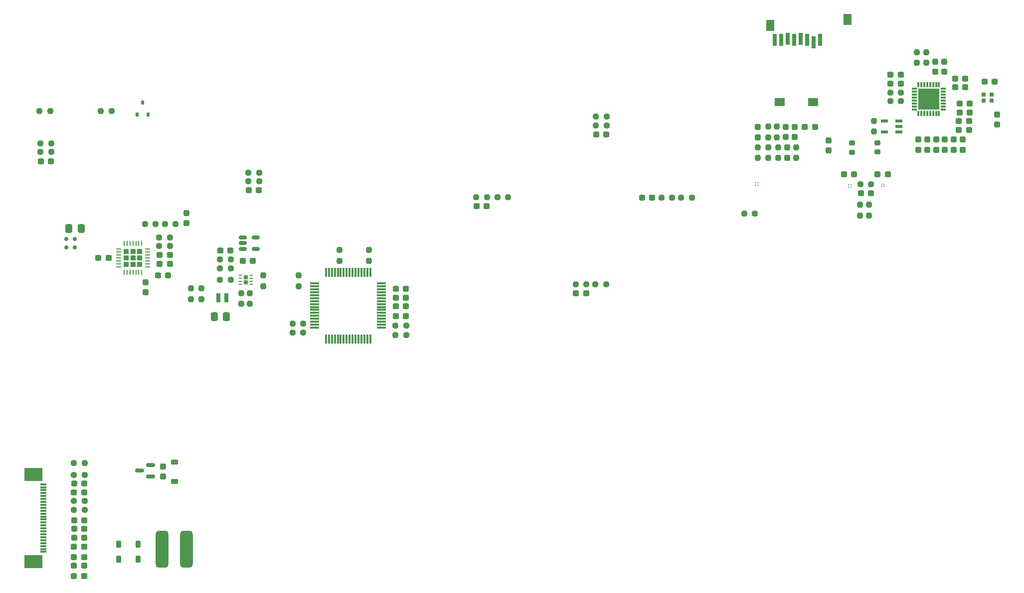
<source format=gbr>
%TF.GenerationSoftware,KiCad,Pcbnew,8.0.2*%
%TF.CreationDate,2025-01-20T18:22:29-05:00*%
%TF.ProjectId,Ecardz-Controller,45636172-647a-42d4-936f-6e74726f6c6c,rev?*%
%TF.SameCoordinates,Original*%
%TF.FileFunction,Paste,Bot*%
%TF.FilePolarity,Positive*%
%FSLAX46Y46*%
G04 Gerber Fmt 4.6, Leading zero omitted, Abs format (unit mm)*
G04 Created by KiCad (PCBNEW 8.0.2) date 2025-01-20 18:22:29*
%MOMM*%
%LPD*%
G01*
G04 APERTURE LIST*
G04 Aperture macros list*
%AMRoundRect*
0 Rectangle with rounded corners*
0 $1 Rounding radius*
0 $2 $3 $4 $5 $6 $7 $8 $9 X,Y pos of 4 corners*
0 Add a 4 corners polygon primitive as box body*
4,1,4,$2,$3,$4,$5,$6,$7,$8,$9,$2,$3,0*
0 Add four circle primitives for the rounded corners*
1,1,$1+$1,$2,$3*
1,1,$1+$1,$4,$5*
1,1,$1+$1,$6,$7*
1,1,$1+$1,$8,$9*
0 Add four rect primitives between the rounded corners*
20,1,$1+$1,$2,$3,$4,$5,0*
20,1,$1+$1,$4,$5,$6,$7,0*
20,1,$1+$1,$6,$7,$8,$9,0*
20,1,$1+$1,$8,$9,$2,$3,0*%
G04 Aperture macros list end*
%ADD10RoundRect,0.237500X-0.300000X-0.237500X0.300000X-0.237500X0.300000X0.237500X-0.300000X0.237500X0*%
%ADD11RoundRect,0.150000X-0.150000X-0.200000X0.150000X-0.200000X0.150000X0.200000X-0.150000X0.200000X0*%
%ADD12R,0.750000X0.650000*%
%ADD13RoundRect,0.062500X0.187500X0.062500X-0.187500X0.062500X-0.187500X-0.062500X0.187500X-0.062500X0*%
%ADD14RoundRect,0.237500X0.300000X0.237500X-0.300000X0.237500X-0.300000X-0.237500X0.300000X-0.237500X0*%
%ADD15RoundRect,0.237500X-0.237500X0.250000X-0.237500X-0.250000X0.237500X-0.250000X0.237500X0.250000X0*%
%ADD16RoundRect,0.237500X-0.250000X-0.237500X0.250000X-0.237500X0.250000X0.237500X-0.250000X0.237500X0*%
%ADD17RoundRect,0.237500X0.250000X0.237500X-0.250000X0.237500X-0.250000X-0.237500X0.250000X-0.237500X0*%
%ADD18RoundRect,0.237500X0.237500X-0.300000X0.237500X0.300000X-0.237500X0.300000X-0.237500X-0.300000X0*%
%ADD19R,0.600000X0.700000*%
%ADD20R,0.850000X0.300000*%
%ADD21R,0.300000X0.850000*%
%ADD22R,3.600000X3.600000*%
%ADD23R,0.650000X1.600000*%
%ADD24RoundRect,0.537500X-0.537500X-2.612500X0.537500X-2.612500X0.537500X2.612500X-0.537500X2.612500X0*%
%ADD25R,0.750000X0.700000*%
%ADD26RoundRect,0.237500X0.237500X-0.250000X0.237500X0.250000X-0.237500X0.250000X-0.237500X-0.250000X0*%
%ADD27RoundRect,0.225000X0.225000X0.225000X-0.225000X0.225000X-0.225000X-0.225000X0.225000X-0.225000X0*%
%ADD28RoundRect,0.062500X0.337500X0.062500X-0.337500X0.062500X-0.337500X-0.062500X0.337500X-0.062500X0*%
%ADD29RoundRect,0.062500X0.062500X0.337500X-0.062500X0.337500X-0.062500X-0.337500X0.062500X-0.337500X0*%
%ADD30RoundRect,0.237500X-0.237500X0.300000X-0.237500X-0.300000X0.237500X-0.300000X0.237500X0.300000X0*%
%ADD31RoundRect,0.075000X0.700000X0.075000X-0.700000X0.075000X-0.700000X-0.075000X0.700000X-0.075000X0*%
%ADD32RoundRect,0.075000X0.075000X0.700000X-0.075000X0.700000X-0.075000X-0.700000X0.075000X-0.700000X0*%
%ADD33RoundRect,0.218750X-0.256250X0.218750X-0.256250X-0.218750X0.256250X-0.218750X0.256250X0.218750X0*%
%ADD34RoundRect,0.225000X-0.225000X-0.375000X0.225000X-0.375000X0.225000X0.375000X-0.225000X0.375000X0*%
%ADD35RoundRect,0.250000X-0.337500X-0.475000X0.337500X-0.475000X0.337500X0.475000X-0.337500X0.475000X0*%
%ADD36R,0.200000X0.200000*%
%ADD37R,1.800000X1.400000*%
%ADD38R,1.400000X1.900000*%
%ADD39R,0.800000X2.000000*%
%ADD40RoundRect,0.150000X-0.512500X-0.150000X0.512500X-0.150000X0.512500X0.150000X-0.512500X0.150000X0*%
%ADD41R,1.100000X0.300000*%
%ADD42R,3.100000X2.300000*%
%ADD43RoundRect,0.250000X0.337500X0.475000X-0.337500X0.475000X-0.337500X-0.475000X0.337500X-0.475000X0*%
%ADD44RoundRect,0.150000X0.587500X0.150000X-0.587500X0.150000X-0.587500X-0.150000X0.587500X-0.150000X0*%
%ADD45RoundRect,0.225000X0.375000X-0.225000X0.375000X0.225000X-0.375000X0.225000X-0.375000X-0.225000X0*%
%ADD46RoundRect,0.225000X0.225000X0.375000X-0.225000X0.375000X-0.225000X-0.375000X0.225000X-0.375000X0*%
%ADD47R,1.200000X0.600000*%
G04 APERTURE END LIST*
D10*
%TO.C,C53*%
X207525000Y-125000000D03*
X209250000Y-125000000D03*
%TD*%
D11*
%TO.C,D12*%
X74000000Y-132750000D03*
X72600000Y-132750000D03*
%TD*%
D10*
%TO.C,C38*%
X88137500Y-139000000D03*
X89862500Y-139000000D03*
%TD*%
D12*
%TO.C,U2*%
X103050000Y-140150000D03*
X103050000Y-139350000D03*
D13*
X104000000Y-139000000D03*
X104000000Y-139500000D03*
X104000000Y-140000000D03*
X104000000Y-140500000D03*
X102100000Y-140500000D03*
X102100000Y-140000000D03*
X102100000Y-139500000D03*
X102100000Y-139000000D03*
%TD*%
D14*
%TO.C,C56*%
X164300000Y-115000000D03*
X162575000Y-115000000D03*
%TD*%
D15*
%TO.C,R35*%
X93750000Y-141175000D03*
X93750000Y-143000000D03*
%TD*%
D16*
%TO.C,R28*%
X73850000Y-170850902D03*
X75675000Y-170850902D03*
%TD*%
D10*
%TO.C,C22*%
X128537500Y-144250000D03*
X130262500Y-144250000D03*
%TD*%
D17*
%TO.C,R51*%
X105325000Y-123000000D03*
X103500000Y-123000000D03*
%TD*%
D18*
%TO.C,C12*%
X220275000Y-117612500D03*
X220275000Y-115887500D03*
%TD*%
D19*
%TO.C,Q2*%
X86450000Y-111600000D03*
X84550000Y-111600000D03*
X85500000Y-109600000D03*
%TD*%
D16*
%TO.C,R55*%
X173635999Y-125746053D03*
X175460999Y-125746053D03*
%TD*%
D15*
%TO.C,R2*%
X209700000Y-112687500D03*
X209700000Y-114512500D03*
%TD*%
D16*
%TO.C,R25*%
X162425000Y-140500000D03*
X164250000Y-140500000D03*
%TD*%
D20*
%TO.C,IC1*%
X221475000Y-107250000D03*
X221475000Y-107750000D03*
X221475000Y-108250000D03*
X221475000Y-108750000D03*
X221475000Y-109250000D03*
X221475000Y-109750000D03*
X221475000Y-110250000D03*
X221475000Y-110750000D03*
D21*
X220775000Y-111450000D03*
X220275000Y-111450000D03*
X219775000Y-111450000D03*
X219275000Y-111450000D03*
X218775000Y-111450000D03*
X218275000Y-111450000D03*
X217775000Y-111450000D03*
X217275000Y-111450000D03*
D20*
X216575000Y-110750000D03*
X216575000Y-110250000D03*
X216575000Y-109750000D03*
X216575000Y-109250000D03*
X216575000Y-108750000D03*
X216575000Y-108250000D03*
X216575000Y-107750000D03*
X216575000Y-107250000D03*
D21*
X217275000Y-106550000D03*
X217775000Y-106550000D03*
X218275000Y-106550000D03*
X218775000Y-106550000D03*
X219275000Y-106550000D03*
X219775000Y-106550000D03*
X220275000Y-106550000D03*
X220775000Y-106550000D03*
D22*
X219025000Y-109000000D03*
%TD*%
D18*
%TO.C,C4*%
X230650000Y-113350000D03*
X230650000Y-111625000D03*
%TD*%
D10*
%TO.C,C27*%
X73850000Y-175850902D03*
X75575000Y-175850902D03*
%TD*%
D15*
%TO.C,R44*%
X191750000Y-117175000D03*
X191750000Y-119000000D03*
%TD*%
D16*
%TO.C,R27*%
X73850000Y-172900000D03*
X75675000Y-172900000D03*
%TD*%
D23*
%TO.C,L2*%
X98400000Y-142750000D03*
X99750000Y-142750000D03*
%TD*%
D24*
%TO.C,L1*%
X88825000Y-185500000D03*
X92975000Y-185500000D03*
%TD*%
D25*
%TO.C,Y1*%
X228350000Y-108250000D03*
X229700000Y-108250000D03*
X229700000Y-109250000D03*
X228350000Y-109250000D03*
%TD*%
D26*
%TO.C,R47*%
X191750000Y-115500000D03*
X191750000Y-113675000D03*
%TD*%
D16*
%TO.C,R26*%
X68175000Y-116500000D03*
X70000000Y-116500000D03*
%TD*%
D14*
%TO.C,C35*%
X100425000Y-134750000D03*
X98700000Y-134750000D03*
%TD*%
D27*
%TO.C,U4*%
X85000000Y-137120000D03*
X85000000Y-136000000D03*
X85000000Y-134880000D03*
X83880000Y-137120000D03*
X83880000Y-136000000D03*
X83880000Y-134880000D03*
X82760000Y-137120000D03*
X82760000Y-136000000D03*
X82760000Y-134880000D03*
D28*
X86330000Y-134500000D03*
X86330000Y-135000000D03*
X86330000Y-135500000D03*
X86330000Y-136000000D03*
X86330000Y-136500000D03*
X86330000Y-137000000D03*
X86330000Y-137500000D03*
D29*
X85380000Y-138450000D03*
X84880000Y-138450000D03*
X84380000Y-138450000D03*
X83880000Y-138450000D03*
X83380000Y-138450000D03*
X82880000Y-138450000D03*
X82380000Y-138450000D03*
D28*
X81430000Y-137500000D03*
X81430000Y-137000000D03*
X81430000Y-136500000D03*
X81430000Y-136000000D03*
X81430000Y-135500000D03*
X81430000Y-135000000D03*
X81430000Y-134500000D03*
D29*
X82380000Y-133550000D03*
X82880000Y-133550000D03*
X83380000Y-133550000D03*
X83880000Y-133550000D03*
X84380000Y-133550000D03*
X84880000Y-133550000D03*
X85380000Y-133550000D03*
%TD*%
D14*
%TO.C,C1*%
X230250000Y-106000000D03*
X228525000Y-106000000D03*
%TD*%
D10*
%TO.C,C48*%
X204637500Y-121800000D03*
X206362500Y-121800000D03*
%TD*%
D18*
%TO.C,C46*%
X202000000Y-117725000D03*
X202000000Y-116000000D03*
%TD*%
D16*
%TO.C,R46*%
X207425000Y-123500000D03*
X209250000Y-123500000D03*
%TD*%
D17*
%TO.C,R30*%
X75675000Y-177350902D03*
X73850000Y-177350902D03*
%TD*%
D15*
%TO.C,R42*%
X196500000Y-117175000D03*
X196500000Y-119000000D03*
%TD*%
D26*
%TO.C,R36*%
X95500000Y-143000000D03*
X95500000Y-141175000D03*
%TD*%
D18*
%TO.C,C15*%
X218795000Y-117612500D03*
X218795000Y-115887500D03*
%TD*%
D15*
%TO.C,R4*%
X218650000Y-101020000D03*
X218650000Y-102845000D03*
%TD*%
D10*
%TO.C,C47*%
X210337500Y-121800000D03*
X212062500Y-121800000D03*
%TD*%
D17*
%TO.C,R21*%
X87750000Y-130250000D03*
X85925000Y-130250000D03*
%TD*%
%TO.C,R57*%
X70012500Y-118000000D03*
X68187500Y-118000000D03*
%TD*%
D16*
%TO.C,R34*%
X98675000Y-139750000D03*
X100500000Y-139750000D03*
%TD*%
D15*
%TO.C,R33*%
X103750000Y-142000000D03*
X103750000Y-143825000D03*
%TD*%
D17*
%TO.C,R5*%
X214325000Y-107864855D03*
X212500000Y-107864855D03*
%TD*%
D15*
%TO.C,R59*%
X119000000Y-134687500D03*
X119000000Y-136512500D03*
%TD*%
D16*
%TO.C,R39*%
X88337500Y-134000000D03*
X90162500Y-134000000D03*
%TD*%
D17*
%TO.C,R52*%
X91136949Y-130245483D03*
X89311949Y-130245483D03*
%TD*%
D14*
%TO.C,C54*%
X105262500Y-124500000D03*
X103537500Y-124500000D03*
%TD*%
D30*
%TO.C,C45*%
X195006391Y-117223018D03*
X195006391Y-118948018D03*
%TD*%
D26*
%TO.C,R3*%
X217025000Y-102825000D03*
X217025000Y-101000000D03*
%TD*%
D10*
%TO.C,C31*%
X73875000Y-186860902D03*
X75600000Y-186860902D03*
%TD*%
D14*
%TO.C,C14*%
X225887500Y-112750000D03*
X224162500Y-112750000D03*
%TD*%
%TO.C,C3*%
X225250000Y-107000000D03*
X223525000Y-107000000D03*
%TD*%
D31*
%TO.C,U1*%
X126100000Y-140350000D03*
X126100000Y-140850000D03*
X126100000Y-141350000D03*
X126100000Y-141850000D03*
X126100000Y-142350000D03*
X126100000Y-142850000D03*
X126100000Y-143350000D03*
X126100000Y-143850000D03*
X126100000Y-144350000D03*
X126100000Y-144850000D03*
X126100000Y-145350000D03*
X126100000Y-145850000D03*
X126100000Y-146350000D03*
X126100000Y-146850000D03*
X126100000Y-147350000D03*
X126100000Y-147850000D03*
D32*
X124175000Y-149775000D03*
X123675000Y-149775000D03*
X123175000Y-149775000D03*
X122675000Y-149775000D03*
X122175000Y-149775000D03*
X121675000Y-149775000D03*
X121175000Y-149775000D03*
X120675000Y-149775000D03*
X120175000Y-149775000D03*
X119675000Y-149775000D03*
X119175000Y-149775000D03*
X118675000Y-149775000D03*
X118175000Y-149775000D03*
X117675000Y-149775000D03*
X117175000Y-149775000D03*
X116675000Y-149775000D03*
D31*
X114750000Y-147850000D03*
X114750000Y-147350000D03*
X114750000Y-146850000D03*
X114750000Y-146350000D03*
X114750000Y-145850000D03*
X114750000Y-145350000D03*
X114750000Y-144850000D03*
X114750000Y-144350000D03*
X114750000Y-143850000D03*
X114750000Y-143350000D03*
X114750000Y-142850000D03*
X114750000Y-142350000D03*
X114750000Y-141850000D03*
X114750000Y-141350000D03*
X114750000Y-140850000D03*
X114750000Y-140350000D03*
D32*
X116675000Y-138425000D03*
X117175000Y-138425000D03*
X117675000Y-138425000D03*
X118175000Y-138425000D03*
X118675000Y-138425000D03*
X119175000Y-138425000D03*
X119675000Y-138425000D03*
X120175000Y-138425000D03*
X120675000Y-138425000D03*
X121175000Y-138425000D03*
X121675000Y-138425000D03*
X122175000Y-138425000D03*
X122675000Y-138425000D03*
X123175000Y-138425000D03*
X123675000Y-138425000D03*
X124175000Y-138425000D03*
%TD*%
D33*
%TO.C,L4*%
X206000000Y-116462500D03*
X206000000Y-118037500D03*
%TD*%
D10*
%TO.C,C59*%
X159137500Y-142000000D03*
X160862500Y-142000000D03*
%TD*%
D16*
%TO.C,R17*%
X111000000Y-148700000D03*
X112825000Y-148700000D03*
%TD*%
D30*
%TO.C,C51*%
X196250000Y-113750000D03*
X196250000Y-115475000D03*
%TD*%
D10*
%TO.C,C18*%
X212537726Y-104887500D03*
X214262726Y-104887500D03*
%TD*%
D16*
%TO.C,R38*%
X98675000Y-136250000D03*
X100500000Y-136250000D03*
%TD*%
D34*
%TO.C,D9*%
X81500000Y-187200000D03*
X84800000Y-187200000D03*
%TD*%
D14*
%TO.C,C7*%
X226004306Y-111259397D03*
X224279306Y-111259397D03*
%TD*%
D17*
%TO.C,R1*%
X189500000Y-128500000D03*
X187675000Y-128500000D03*
%TD*%
D18*
%TO.C,C6*%
X224775000Y-117612500D03*
X224775000Y-115887500D03*
%TD*%
D17*
%TO.C,R53*%
X164336998Y-113503917D03*
X162511998Y-113503917D03*
%TD*%
D18*
%TO.C,C55*%
X93000000Y-130100000D03*
X93000000Y-128375000D03*
%TD*%
D16*
%TO.C,R40*%
X88337500Y-132500000D03*
X90162500Y-132500000D03*
%TD*%
D15*
%TO.C,R49*%
X207394227Y-126981727D03*
X207394227Y-128806727D03*
%TD*%
D16*
%TO.C,R19*%
X78425000Y-111000000D03*
X80250000Y-111000000D03*
%TD*%
D14*
%TO.C,C58*%
X172062500Y-125800000D03*
X170337500Y-125800000D03*
%TD*%
D35*
%TO.C,C33*%
X73000000Y-131000000D03*
X75075000Y-131000000D03*
%TD*%
D15*
%TO.C,R41*%
X193500000Y-117175000D03*
X193500000Y-119000000D03*
%TD*%
D30*
%TO.C,C10*%
X221650000Y-102625000D03*
X221650000Y-104350000D03*
%TD*%
D16*
%TO.C,R24*%
X177000000Y-125750000D03*
X178825000Y-125750000D03*
%TD*%
D33*
%TO.C,L3*%
X210300000Y-116412500D03*
X210300000Y-117987500D03*
%TD*%
D30*
%TO.C,C49*%
X190000000Y-113775000D03*
X190000000Y-115500000D03*
%TD*%
D10*
%TO.C,C23*%
X73875000Y-185100902D03*
X75600000Y-185100902D03*
%TD*%
D30*
%TO.C,C37*%
X86000000Y-140137500D03*
X86000000Y-141862500D03*
%TD*%
D10*
%TO.C,C26*%
X73908166Y-174366743D03*
X75633166Y-174366743D03*
%TD*%
%TO.C,C24*%
X73875000Y-188360902D03*
X75600000Y-188360902D03*
%TD*%
D15*
%TO.C,R43*%
X190000000Y-117175000D03*
X190000000Y-119000000D03*
%TD*%
D10*
%TO.C,C50*%
X198000000Y-113750000D03*
X199725000Y-113750000D03*
%TD*%
D14*
%TO.C,C2*%
X225250000Y-105500000D03*
X223525000Y-105500000D03*
%TD*%
D36*
%TO.C,C44*%
X190000000Y-123650000D03*
X190000000Y-123250000D03*
X189600000Y-123250000D03*
X189600000Y-123650000D03*
%TD*%
D37*
%TO.C,J1*%
X199400000Y-109500000D03*
X193700000Y-109500000D03*
D38*
X205250000Y-95450000D03*
X192100000Y-96450000D03*
D39*
X200590000Y-98950000D03*
X199490000Y-99350000D03*
X198390000Y-98950000D03*
X197290000Y-98750000D03*
X196190000Y-98950000D03*
X195090000Y-98750000D03*
X193990000Y-98950000D03*
X192890000Y-98950000D03*
%TD*%
D30*
%TO.C,C9*%
X220150000Y-102625000D03*
X220150000Y-104350000D03*
%TD*%
D14*
%TO.C,C60*%
X69950029Y-119541678D03*
X68225029Y-119541678D03*
%TD*%
D10*
%TO.C,C40*%
X88412500Y-137000000D03*
X90137500Y-137000000D03*
%TD*%
D18*
%TO.C,C11*%
X221775000Y-117612500D03*
X221775000Y-115887500D03*
%TD*%
D10*
%TO.C,C29*%
X73926598Y-182100902D03*
X75651598Y-182100902D03*
%TD*%
%TO.C,C21*%
X128537500Y-145950000D03*
X130262500Y-145950000D03*
%TD*%
D40*
%TO.C,U3*%
X102500000Y-134450000D03*
X102500000Y-133500000D03*
X102500000Y-132550000D03*
X104775000Y-132550000D03*
X104775000Y-134450000D03*
%TD*%
D10*
%TO.C,C57*%
X142237500Y-127200000D03*
X143962500Y-127200000D03*
%TD*%
D15*
%TO.C,R48*%
X208894227Y-126981727D03*
X208894227Y-128806727D03*
%TD*%
D18*
%TO.C,C16*%
X217275000Y-117612500D03*
X217275000Y-115887500D03*
%TD*%
D36*
%TO.C,C42*%
X211450000Y-123850000D03*
X211450000Y-123450000D03*
X211050000Y-123450000D03*
X211050000Y-123850000D03*
%TD*%
D26*
%TO.C,R31*%
X106000000Y-140825000D03*
X106000000Y-139000000D03*
%TD*%
D10*
%TO.C,C17*%
X212537726Y-106397500D03*
X214262726Y-106397500D03*
%TD*%
D16*
%TO.C,R23*%
X145787500Y-125700000D03*
X147612500Y-125700000D03*
%TD*%
D17*
%TO.C,R13*%
X130312500Y-147500000D03*
X128487500Y-147500000D03*
%TD*%
D10*
%TO.C,C32*%
X73875000Y-190110902D03*
X75600000Y-190110902D03*
%TD*%
D18*
%TO.C,C52*%
X194758126Y-115459834D03*
X194758126Y-113734834D03*
%TD*%
D14*
%TO.C,C39*%
X79725000Y-136000000D03*
X78000000Y-136000000D03*
%TD*%
D10*
%TO.C,C28*%
X73889098Y-180610902D03*
X75614098Y-180610902D03*
%TD*%
D14*
%TO.C,C13*%
X225887500Y-114250000D03*
X224162500Y-114250000D03*
%TD*%
D10*
%TO.C,C19*%
X128537500Y-142750000D03*
X130262500Y-142750000D03*
%TD*%
D41*
%TO.C,J6*%
X68700000Y-186000000D03*
X68700000Y-185500000D03*
X68700000Y-185000000D03*
X68700000Y-184500000D03*
X68700000Y-184000000D03*
X68700000Y-183500000D03*
X68700000Y-183000000D03*
X68700000Y-182500000D03*
X68700000Y-182000000D03*
X68700000Y-181500000D03*
X68700000Y-181000000D03*
X68700000Y-180500000D03*
X68700000Y-180000000D03*
X68700000Y-179500000D03*
X68700000Y-179000000D03*
X68700000Y-178500000D03*
X68700000Y-178000000D03*
X68700000Y-177500000D03*
X68700000Y-177000000D03*
X68700000Y-176500000D03*
X68700000Y-176000000D03*
X68700000Y-175500000D03*
X68700000Y-175000000D03*
X68700000Y-174500000D03*
D42*
X67000000Y-187670000D03*
X67000000Y-172830000D03*
%TD*%
D17*
%TO.C,R14*%
X130312500Y-149100000D03*
X128487500Y-149100000D03*
%TD*%
D16*
%TO.C,R22*%
X162500000Y-112000000D03*
X164325000Y-112000000D03*
%TD*%
D10*
%TO.C,C20*%
X128537500Y-141250000D03*
X130262500Y-141250000D03*
%TD*%
D16*
%TO.C,R6*%
X212517066Y-109373711D03*
X214342066Y-109373711D03*
%TD*%
D26*
%TO.C,R58*%
X112000000Y-140825000D03*
X112000000Y-139000000D03*
%TD*%
D16*
%TO.C,R20*%
X103500000Y-121500000D03*
X105325000Y-121500000D03*
%TD*%
%TO.C,R18*%
X110987500Y-147200000D03*
X112812500Y-147200000D03*
%TD*%
D43*
%TO.C,C34*%
X99750000Y-146000000D03*
X97675000Y-146000000D03*
%TD*%
D44*
%TO.C,Q1*%
X86900000Y-171250000D03*
X86900000Y-173150000D03*
X85025000Y-172200000D03*
%TD*%
D16*
%TO.C,R56*%
X159087500Y-140500000D03*
X160912500Y-140500000D03*
%TD*%
D11*
%TO.C,D13*%
X74000000Y-134250000D03*
X72600000Y-134250000D03*
%TD*%
D26*
%TO.C,R32*%
X102250000Y-143825000D03*
X102250000Y-142000000D03*
%TD*%
D17*
%TO.C,R29*%
X75675000Y-178850902D03*
X73850000Y-178850902D03*
%TD*%
D26*
%TO.C,R45*%
X193250000Y-115500000D03*
X193250000Y-113675000D03*
%TD*%
D18*
%TO.C,C8*%
X223275000Y-117612500D03*
X223275000Y-115887500D03*
%TD*%
D36*
%TO.C,C43*%
X205400000Y-123550000D03*
X205400000Y-123950000D03*
X205800000Y-123950000D03*
X205800000Y-123550000D03*
%TD*%
D14*
%TO.C,C36*%
X104250000Y-136500000D03*
X102525000Y-136500000D03*
%TD*%
D16*
%TO.C,R12*%
X68000000Y-111000000D03*
X69825000Y-111000000D03*
%TD*%
D45*
%TO.C,D11*%
X90962500Y-174000000D03*
X90962500Y-170700000D03*
%TD*%
D14*
%TO.C,C5*%
X226000000Y-109750000D03*
X224275000Y-109750000D03*
%TD*%
D46*
%TO.C,D10*%
X84800000Y-184700000D03*
X81500000Y-184700000D03*
%TD*%
D18*
%TO.C,C25*%
X88962500Y-173175000D03*
X88962500Y-171450000D03*
%TD*%
D16*
%TO.C,R54*%
X142187500Y-125700000D03*
X144012500Y-125700000D03*
%TD*%
D10*
%TO.C,C30*%
X73926598Y-183600902D03*
X75651598Y-183600902D03*
%TD*%
D15*
%TO.C,R50*%
X124000000Y-134687500D03*
X124000000Y-136512500D03*
%TD*%
D10*
%TO.C,C41*%
X88412500Y-135490000D03*
X90137500Y-135490000D03*
%TD*%
D47*
%TO.C,IC2*%
X214000000Y-112700000D03*
X214000000Y-113650000D03*
X214000000Y-114600000D03*
X211500000Y-114600000D03*
X211500000Y-112700000D03*
%TD*%
D16*
%TO.C,R37*%
X98675000Y-137750000D03*
X100500000Y-137750000D03*
%TD*%
M02*

</source>
